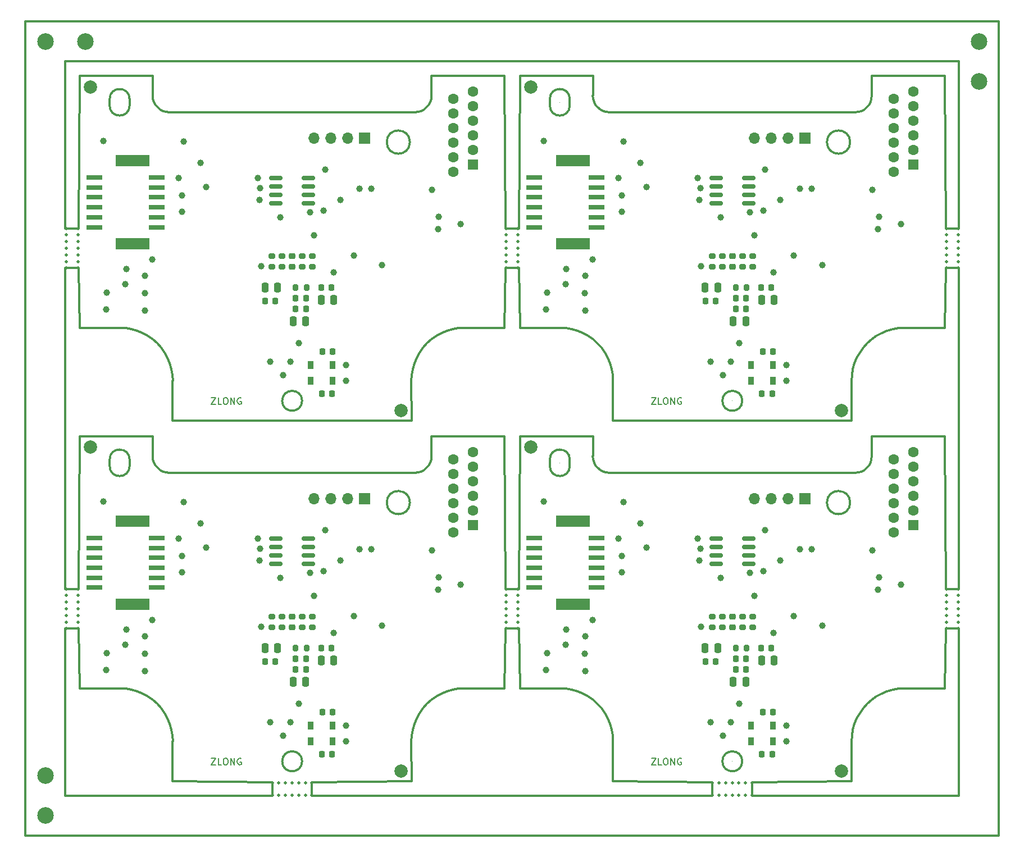
<source format=gts>
%TF.GenerationSoftware,KiCad,Pcbnew,(6.0.0)*%
%TF.CreationDate,2022-02-12T17:38:03+08:00*%
%TF.ProjectId,SX7H02050048PB,53583748-3032-4303-9530-30343850422e,rev?*%
%TF.SameCoordinates,Original*%
%TF.FileFunction,Soldermask,Top*%
%TF.FilePolarity,Negative*%
%FSLAX46Y46*%
G04 Gerber Fmt 4.6, Leading zero omitted, Abs format (unit mm)*
G04 Created by KiCad (PCBNEW (6.0.0)) date 2022-02-12 17:38:03*
%MOMM*%
%LPD*%
G01*
G04 APERTURE LIST*
G04 Aperture macros list*
%AMRoundRect*
0 Rectangle with rounded corners*
0 $1 Rounding radius*
0 $2 $3 $4 $5 $6 $7 $8 $9 X,Y pos of 4 corners*
0 Add a 4 corners polygon primitive as box body*
4,1,4,$2,$3,$4,$5,$6,$7,$8,$9,$2,$3,0*
0 Add four circle primitives for the rounded corners*
1,1,$1+$1,$2,$3*
1,1,$1+$1,$4,$5*
1,1,$1+$1,$6,$7*
1,1,$1+$1,$8,$9*
0 Add four rect primitives between the rounded corners*
20,1,$1+$1,$2,$3,$4,$5,0*
20,1,$1+$1,$4,$5,$6,$7,0*
20,1,$1+$1,$6,$7,$8,$9,0*
20,1,$1+$1,$8,$9,$2,$3,0*%
G04 Aperture macros list end*
%TA.AperFunction,Profile*%
%ADD10C,0.350000*%
%TD*%
%TA.AperFunction,Profile*%
%ADD11C,0.010049*%
%TD*%
%TA.AperFunction,Profile*%
%ADD12C,0.010050*%
%TD*%
%ADD13C,0.150000*%
%ADD14C,0.500000*%
%ADD15RoundRect,0.225000X0.225000X0.250000X-0.225000X0.250000X-0.225000X-0.250000X0.225000X-0.250000X0*%
%ADD16RoundRect,0.200000X0.275000X-0.200000X0.275000X0.200000X-0.275000X0.200000X-0.275000X-0.200000X0*%
%ADD17C,1.000000*%
%ADD18RoundRect,0.250000X-0.250000X-0.475000X0.250000X-0.475000X0.250000X0.475000X-0.250000X0.475000X0*%
%ADD19R,2.450000X0.800000*%
%ADD20R,5.050000X1.800000*%
%ADD21RoundRect,0.200000X0.200000X0.275000X-0.200000X0.275000X-0.200000X-0.275000X0.200000X-0.275000X0*%
%ADD22R,0.900000X1.200000*%
%ADD23C,2.000000*%
%ADD24R,1.600000X1.600000*%
%ADD25C,1.600000*%
%ADD26RoundRect,0.225000X-0.250000X0.225000X-0.250000X-0.225000X0.250000X-0.225000X0.250000X0.225000X0*%
%ADD27RoundRect,0.200000X-0.275000X0.200000X-0.275000X-0.200000X0.275000X-0.200000X0.275000X0.200000X0*%
%ADD28RoundRect,0.250000X0.250000X0.475000X-0.250000X0.475000X-0.250000X-0.475000X0.250000X-0.475000X0*%
%ADD29RoundRect,0.225000X-0.225000X-0.250000X0.225000X-0.250000X0.225000X0.250000X-0.225000X0.250000X0*%
%ADD30R,1.700000X1.700000*%
%ADD31O,1.700000X1.700000*%
%ADD32RoundRect,0.150000X0.825000X0.150000X-0.825000X0.150000X-0.825000X-0.150000X0.825000X-0.150000X0*%
%ADD33C,2.500000*%
G04 APERTURE END LIST*
D10*
X129525000Y-134700122D02*
X129525000Y-136700122D01*
X123525000Y-134700122D02*
X123525000Y-136700122D01*
X129525000Y-136700122D02*
X160700000Y-136700122D01*
X63175000Y-136700122D02*
X123525000Y-136700122D01*
X129525000Y-134700122D02*
X144525000Y-134525122D01*
X108525000Y-134525122D02*
X123525000Y-134700122D01*
X63175000Y-134700122D02*
X63175000Y-136700122D01*
X57175000Y-134700122D02*
X57175000Y-136700122D01*
X26000000Y-136700122D02*
X57175000Y-136700122D01*
X63175000Y-134700122D02*
X78175000Y-134525122D01*
X42175000Y-134525122D02*
X57175000Y-134700122D01*
X158700000Y-111525091D02*
X160700000Y-111525091D01*
X158700000Y-105525091D02*
X160700000Y-105525091D01*
X160700000Y-111525091D02*
X160700000Y-136700122D01*
X160700000Y-57175030D02*
X160700000Y-105525091D01*
X158700000Y-111525091D02*
X158525000Y-120525122D01*
X158525000Y-82525061D02*
X158700000Y-105525091D01*
X92350000Y-111525091D02*
X94350000Y-111525091D01*
X92350000Y-105525091D02*
X94350000Y-105525091D01*
X94350000Y-111525091D02*
X94525000Y-120525122D01*
X94525000Y-82525061D02*
X94350000Y-105525091D01*
X92350000Y-111525091D02*
X92175000Y-120525122D01*
X92175000Y-82525061D02*
X92350000Y-105525091D01*
X26000000Y-111525091D02*
X28000000Y-111525091D01*
X26000000Y-105525091D02*
X28000000Y-105525091D01*
X28000000Y-111525091D02*
X28175000Y-120525122D01*
X28175000Y-82525061D02*
X28000000Y-105525091D01*
X26000000Y-111525091D02*
X26000000Y-136700122D01*
X26000000Y-57175030D02*
X26000000Y-105525091D01*
X158700000Y-57175030D02*
X160700000Y-57175030D01*
X158700000Y-51175030D02*
X160700000Y-51175030D01*
X160700000Y-26000000D02*
X160700000Y-51175030D01*
X158700000Y-57175030D02*
X158525000Y-66175061D01*
X158525000Y-28175000D02*
X158700000Y-51175030D01*
X92350000Y-57175030D02*
X94350000Y-57175030D01*
X92350000Y-51175030D02*
X94350000Y-51175030D01*
X94350000Y-57175030D02*
X94525000Y-66175061D01*
X94525000Y-28175000D02*
X94350000Y-51175030D01*
X92350000Y-57175030D02*
X92175000Y-66175061D01*
X92175000Y-28175000D02*
X92350000Y-51175030D01*
X26000000Y-57175030D02*
X28000000Y-57175030D01*
X26000000Y-51175030D02*
X28000000Y-51175030D01*
X28000000Y-57175030D02*
X28175000Y-66175061D01*
X28175000Y-28175000D02*
X28000000Y-51175030D01*
X26000000Y-26000000D02*
X26000000Y-51175030D01*
X107063636Y-87845923D02*
X106629371Y-87613806D01*
X108336707Y-126742102D02*
X108487220Y-127627966D01*
X147529212Y-122260596D02*
X148262061Y-121740637D01*
X107309485Y-124262122D02*
X107744117Y-125048560D01*
X105525000Y-85525061D02*
X105525000Y-82525061D01*
X108025000Y-88037146D02*
X107534888Y-87988928D01*
X144525000Y-134525122D02*
X144512427Y-128525122D01*
X107534888Y-87988928D02*
X107063636Y-87845923D01*
X144713294Y-126742102D02*
X144962073Y-125878699D01*
X144512427Y-128525122D02*
X144562781Y-127627966D01*
X106789527Y-123529334D02*
X107309485Y-124262122D01*
X145740516Y-124262122D02*
X146260474Y-123529334D01*
X105704139Y-86486426D02*
X105561133Y-86015173D01*
X147113746Y-86920691D02*
X146801307Y-87301367D01*
X149878638Y-120962134D02*
X150742041Y-120713355D01*
X99025000Y-87019080D02*
X99025000Y-86019080D01*
X108087928Y-125878699D02*
X108336707Y-126742102D01*
X105525000Y-82525061D02*
X94525000Y-82525061D01*
X128028967Y-131525122D02*
G75*
G03*
X128028967Y-131525122I-1499999J0D01*
G01*
X147525000Y-85525061D02*
X147537085Y-85525061D01*
X107744117Y-125048560D02*
X108087928Y-125878699D01*
X158525000Y-82525061D02*
X147525000Y-82525061D01*
X105936255Y-86920691D02*
X105704139Y-86486426D01*
X108487220Y-127627966D02*
X108537574Y-128525122D01*
X105512915Y-85525061D02*
X105525000Y-85525061D01*
X150742041Y-120713355D02*
X151627906Y-120562842D01*
X144285436Y-92520422D02*
G75*
G03*
X144285436Y-92520422I-1749999J0D01*
G01*
X102025000Y-86019080D02*
G75*
G03*
X99025000Y-86019080I-1500000J0D01*
G01*
X99025000Y-87019080D02*
G75*
G03*
X102025000Y-87019080I1500000J0D01*
G01*
X144562781Y-127627966D02*
X144713294Y-126742102D01*
X103171363Y-120962134D02*
X104001502Y-121306006D01*
X108537574Y-128525122D02*
X108525000Y-128525122D01*
X101422095Y-120562842D02*
X102307959Y-120713355D01*
X146260474Y-123529334D02*
X146859229Y-122859351D01*
X148262061Y-121740637D02*
X149048499Y-121306006D01*
D11*
X126533992Y-131525122D02*
G75*
G03*
X126533992Y-131525122I-5024J0D01*
G01*
D10*
X152525000Y-120525122D02*
X158525000Y-120525122D01*
X106190772Y-122859351D02*
X106789527Y-123529334D01*
X94525000Y-120525122D02*
X100525000Y-120512488D01*
X147537085Y-85525061D02*
X147488868Y-86015173D01*
X146859229Y-122859351D02*
X147529212Y-122260596D01*
X145305884Y-125048560D02*
X145740516Y-124262122D01*
X106248694Y-87301367D02*
X105936255Y-86920691D01*
D11*
X142540461Y-92520422D02*
G75*
G03*
X142540461Y-92520422I-5024J0D01*
G01*
D10*
X105520789Y-122260596D02*
X106190772Y-122859351D01*
X147488868Y-86015173D02*
X147345862Y-86486426D01*
X152525000Y-120512488D02*
X152525000Y-120525122D01*
X145025000Y-88025061D02*
X108025000Y-88025061D01*
X145515113Y-87988928D02*
X145025000Y-88037146D01*
X102025000Y-86019080D02*
X102025000Y-87019080D01*
X147345862Y-86486426D02*
X147113746Y-86920691D01*
X104787940Y-121740637D02*
X105520789Y-122260596D01*
X108025000Y-88025061D02*
X108025000Y-88037146D01*
X147525000Y-82525061D02*
X147525000Y-85525061D01*
X145986365Y-87845923D02*
X145515113Y-87988928D01*
X146801307Y-87301367D02*
X146420630Y-87613806D01*
X149048499Y-121306006D02*
X149878638Y-120962134D01*
X145025000Y-88037146D02*
X145025000Y-88025061D01*
X102307959Y-120713355D02*
X103171363Y-120962134D01*
X144962073Y-125878699D02*
X145305884Y-125048560D01*
D12*
X100530025Y-86519080D02*
G75*
G03*
X100530025Y-86519080I-5025J0D01*
G01*
D10*
X146420630Y-87613806D02*
X145986365Y-87845923D01*
X151627906Y-120562842D02*
X152525000Y-120512488D01*
X104001502Y-121306006D02*
X104787940Y-121740637D01*
X100525000Y-120512488D02*
X101422095Y-120562842D01*
X106629371Y-87613806D02*
X106248694Y-87301367D01*
X105561133Y-86015173D02*
X105512915Y-85525061D01*
X108525000Y-128525122D02*
X108525000Y-134525122D01*
X40713636Y-87845923D02*
X40279371Y-87613806D01*
X41986707Y-126742102D02*
X42137220Y-127627966D01*
X81179212Y-122260596D02*
X81912061Y-121740637D01*
X40959485Y-124262122D02*
X41394117Y-125048560D01*
X39175000Y-85525061D02*
X39175000Y-82525061D01*
X41675000Y-88037146D02*
X41184888Y-87988928D01*
X78175000Y-134525122D02*
X78162427Y-128525122D01*
X41184888Y-87988928D02*
X40713636Y-87845923D01*
X78363294Y-126742102D02*
X78612073Y-125878699D01*
X78162427Y-128525122D02*
X78212781Y-127627966D01*
X40439527Y-123529334D02*
X40959485Y-124262122D01*
X79390516Y-124262122D02*
X79910474Y-123529334D01*
X39354139Y-86486426D02*
X39211133Y-86015173D01*
X80763746Y-86920691D02*
X80451307Y-87301367D01*
X83528638Y-120962134D02*
X84392041Y-120713355D01*
X32675000Y-87019080D02*
X32675000Y-86019080D01*
X41737928Y-125878699D02*
X41986707Y-126742102D01*
X39175000Y-82525061D02*
X28175000Y-82525061D01*
X61678967Y-131525122D02*
G75*
G03*
X61678967Y-131525122I-1499999J0D01*
G01*
X81175000Y-85525061D02*
X81187085Y-85525061D01*
X41394117Y-125048560D02*
X41737928Y-125878699D01*
X92175000Y-82525061D02*
X81175000Y-82525061D01*
X39586255Y-86920691D02*
X39354139Y-86486426D01*
X42137220Y-127627966D02*
X42187574Y-128525122D01*
X39162915Y-85525061D02*
X39175000Y-85525061D01*
X84392041Y-120713355D02*
X85277906Y-120562842D01*
X77935436Y-92520422D02*
G75*
G03*
X77935436Y-92520422I-1749999J0D01*
G01*
X35675000Y-86019080D02*
G75*
G03*
X32675000Y-86019080I-1500000J0D01*
G01*
X32675000Y-87019080D02*
G75*
G03*
X35675000Y-87019080I1500000J0D01*
G01*
X78212781Y-127627966D02*
X78363294Y-126742102D01*
X36821363Y-120962134D02*
X37651502Y-121306006D01*
X42187574Y-128525122D02*
X42175000Y-128525122D01*
X35072095Y-120562842D02*
X35957959Y-120713355D01*
X79910474Y-123529334D02*
X80509229Y-122859351D01*
X81912061Y-121740637D02*
X82698499Y-121306006D01*
D11*
X60183992Y-131525122D02*
G75*
G03*
X60183992Y-131525122I-5024J0D01*
G01*
D10*
X86175000Y-120525122D02*
X92175000Y-120525122D01*
X39840772Y-122859351D02*
X40439527Y-123529334D01*
X28175000Y-120525122D02*
X34175000Y-120512488D01*
X81187085Y-85525061D02*
X81138868Y-86015173D01*
X80509229Y-122859351D02*
X81179212Y-122260596D01*
X78955884Y-125048560D02*
X79390516Y-124262122D01*
X39898694Y-87301367D02*
X39586255Y-86920691D01*
D11*
X76190461Y-92520422D02*
G75*
G03*
X76190461Y-92520422I-5024J0D01*
G01*
D10*
X39170789Y-122260596D02*
X39840772Y-122859351D01*
X81138868Y-86015173D02*
X80995862Y-86486426D01*
X86175000Y-120512488D02*
X86175000Y-120525122D01*
X78675000Y-88025061D02*
X41675000Y-88025061D01*
X79165113Y-87988928D02*
X78675000Y-88037146D01*
X35675000Y-86019080D02*
X35675000Y-87019080D01*
X80995862Y-86486426D02*
X80763746Y-86920691D01*
X38437940Y-121740637D02*
X39170789Y-122260596D01*
X41675000Y-88025061D02*
X41675000Y-88037146D01*
X81175000Y-82525061D02*
X81175000Y-85525061D01*
X79636365Y-87845923D02*
X79165113Y-87988928D01*
X80451307Y-87301367D02*
X80070630Y-87613806D01*
X82698499Y-121306006D02*
X83528638Y-120962134D01*
X78675000Y-88037146D02*
X78675000Y-88025061D01*
X35957959Y-120713355D02*
X36821363Y-120962134D01*
X78612073Y-125878699D02*
X78955884Y-125048560D01*
D12*
X34180025Y-86519080D02*
G75*
G03*
X34180025Y-86519080I-5025J0D01*
G01*
D10*
X80070630Y-87613806D02*
X79636365Y-87845923D01*
X85277906Y-120562842D02*
X86175000Y-120512488D01*
X37651502Y-121306006D02*
X38437940Y-121740637D01*
X34175000Y-120512488D02*
X35072095Y-120562842D01*
X40279371Y-87613806D02*
X39898694Y-87301367D01*
X39211133Y-86015173D02*
X39162915Y-85525061D01*
X42175000Y-128525122D02*
X42175000Y-134525122D01*
X107063636Y-33495862D02*
X106629371Y-33263745D01*
X108336707Y-72392041D02*
X108487220Y-73277905D01*
X147529212Y-67910535D02*
X148262061Y-67390576D01*
X107309485Y-69912061D02*
X107744117Y-70698499D01*
X105525000Y-31175000D02*
X105525000Y-28175000D01*
X108025000Y-33687085D02*
X107534888Y-33638867D01*
X144525000Y-80175061D02*
X144512427Y-74175061D01*
X107534888Y-33638867D02*
X107063636Y-33495862D01*
X144713294Y-72392041D02*
X144962073Y-71528638D01*
X144512427Y-74175061D02*
X144562781Y-73277905D01*
X106789527Y-69179273D02*
X107309485Y-69912061D01*
X145740516Y-69912061D02*
X146260474Y-69179273D01*
X105704139Y-32136365D02*
X105561133Y-31665112D01*
X147113746Y-32570630D02*
X146801307Y-32951306D01*
X149878638Y-66612073D02*
X150742041Y-66363294D01*
X99025000Y-32669019D02*
X99025000Y-31669019D01*
X108087928Y-71528638D02*
X108336707Y-72392041D01*
X105525000Y-28175000D02*
X94525000Y-28175000D01*
X128028967Y-77175061D02*
G75*
G03*
X128028967Y-77175061I-1499999J0D01*
G01*
X147525000Y-31175000D02*
X147537085Y-31175000D01*
X107744117Y-70698499D02*
X108087928Y-71528638D01*
X158525000Y-28175000D02*
X147525000Y-28175000D01*
X105936255Y-32570630D02*
X105704139Y-32136365D01*
X108487220Y-73277905D02*
X108537574Y-74175061D01*
X105512915Y-31175000D02*
X105525000Y-31175000D01*
X150742041Y-66363294D02*
X151627906Y-66212781D01*
X144285436Y-38170361D02*
G75*
G03*
X144285436Y-38170361I-1749999J0D01*
G01*
X102025000Y-31669019D02*
G75*
G03*
X99025000Y-31669019I-1500000J0D01*
G01*
X99025000Y-32669019D02*
G75*
G03*
X102025000Y-32669019I1500000J0D01*
G01*
X144562781Y-73277905D02*
X144713294Y-72392041D01*
X103171363Y-66612073D02*
X104001502Y-66955945D01*
X108537574Y-74175061D02*
X108525000Y-74175061D01*
X101422095Y-66212781D02*
X102307959Y-66363294D01*
X146260474Y-69179273D02*
X146859229Y-68509290D01*
X148262061Y-67390576D02*
X149048499Y-66955945D01*
X108525000Y-80175061D02*
X144525000Y-80175061D01*
D11*
X126533992Y-77175061D02*
G75*
G03*
X126533992Y-77175061I-5024J0D01*
G01*
D10*
X152525000Y-66175061D02*
X158525000Y-66175061D01*
X106190772Y-68509290D02*
X106789527Y-69179273D01*
X94525000Y-66175061D02*
X100525000Y-66162427D01*
X147537085Y-31175000D02*
X147488868Y-31665112D01*
X146859229Y-68509290D02*
X147529212Y-67910535D01*
X145305884Y-70698499D02*
X145740516Y-69912061D01*
X106248694Y-32951306D02*
X105936255Y-32570630D01*
D11*
X142540461Y-38170361D02*
G75*
G03*
X142540461Y-38170361I-5024J0D01*
G01*
D10*
X105520789Y-67910535D02*
X106190772Y-68509290D01*
X147488868Y-31665112D02*
X147345862Y-32136365D01*
X152525000Y-66162427D02*
X152525000Y-66175061D01*
X145025000Y-33675000D02*
X108025000Y-33675000D01*
X145515113Y-33638867D02*
X145025000Y-33687085D01*
X102025000Y-31669019D02*
X102025000Y-32669019D01*
X147345862Y-32136365D02*
X147113746Y-32570630D01*
X104787940Y-67390576D02*
X105520789Y-67910535D01*
X108025000Y-33675000D02*
X108025000Y-33687085D01*
X147525000Y-28175000D02*
X147525000Y-31175000D01*
X145986365Y-33495862D02*
X145515113Y-33638867D01*
X146801307Y-32951306D02*
X146420630Y-33263745D01*
X149048499Y-66955945D02*
X149878638Y-66612073D01*
X145025000Y-33687085D02*
X145025000Y-33675000D01*
X102307959Y-66363294D02*
X103171363Y-66612073D01*
X144962073Y-71528638D02*
X145305884Y-70698499D01*
D12*
X100530025Y-32169019D02*
G75*
G03*
X100530025Y-32169019I-5025J0D01*
G01*
D10*
X146420630Y-33263745D02*
X145986365Y-33495862D01*
X151627906Y-66212781D02*
X152525000Y-66162427D01*
X104001502Y-66955945D02*
X104787940Y-67390576D01*
X100525000Y-66162427D02*
X101422095Y-66212781D01*
X106629371Y-33263745D02*
X106248694Y-32951306D01*
X105561133Y-31665112D02*
X105512915Y-31175000D01*
X108525000Y-74175061D02*
X108525000Y-80175061D01*
X40713636Y-33495862D02*
X40279371Y-33263745D01*
X41986707Y-72392041D02*
X42137220Y-73277905D01*
X81179212Y-67910535D02*
X81912061Y-67390576D01*
X40959485Y-69912061D02*
X41394117Y-70698499D01*
X39175000Y-31175000D02*
X39175000Y-28175000D01*
X41675000Y-33687085D02*
X41184888Y-33638867D01*
X78175000Y-80175061D02*
X78162427Y-74175061D01*
X41184888Y-33638867D02*
X40713636Y-33495862D01*
X78363294Y-72392041D02*
X78612073Y-71528638D01*
X78162427Y-74175061D02*
X78212781Y-73277905D01*
X40439527Y-69179273D02*
X40959485Y-69912061D01*
X79390516Y-69912061D02*
X79910474Y-69179273D01*
X39354139Y-32136365D02*
X39211133Y-31665112D01*
X80763746Y-32570630D02*
X80451307Y-32951306D01*
X83528638Y-66612073D02*
X84392041Y-66363294D01*
X32675000Y-32669019D02*
X32675000Y-31669019D01*
X41737928Y-71528638D02*
X41986707Y-72392041D01*
X39175000Y-28175000D02*
X28175000Y-28175000D01*
X61678967Y-77175061D02*
G75*
G03*
X61678967Y-77175061I-1499999J0D01*
G01*
X81175000Y-31175000D02*
X81187085Y-31175000D01*
X41394117Y-70698499D02*
X41737928Y-71528638D01*
X92175000Y-28175000D02*
X81175000Y-28175000D01*
X39586255Y-32570630D02*
X39354139Y-32136365D01*
X42137220Y-73277905D02*
X42187574Y-74175061D01*
X39162915Y-31175000D02*
X39175000Y-31175000D01*
X84392041Y-66363294D02*
X85277906Y-66212781D01*
X77935436Y-38170361D02*
G75*
G03*
X77935436Y-38170361I-1749999J0D01*
G01*
X35675000Y-31669019D02*
G75*
G03*
X32675000Y-31669019I-1500000J0D01*
G01*
X32675000Y-32669019D02*
G75*
G03*
X35675000Y-32669019I1500000J0D01*
G01*
X78212781Y-73277905D02*
X78363294Y-72392041D01*
X36821363Y-66612073D02*
X37651502Y-66955945D01*
X42187574Y-74175061D02*
X42175000Y-74175061D01*
X35072095Y-66212781D02*
X35957959Y-66363294D01*
X79910474Y-69179273D02*
X80509229Y-68509290D01*
X81912061Y-67390576D02*
X82698499Y-66955945D01*
X42175000Y-80175061D02*
X78175000Y-80175061D01*
D11*
X60183992Y-77175061D02*
G75*
G03*
X60183992Y-77175061I-5024J0D01*
G01*
D10*
X86175000Y-66175061D02*
X92175000Y-66175061D01*
X39840772Y-68509290D02*
X40439527Y-69179273D01*
X28175000Y-66175061D02*
X34175000Y-66162427D01*
X81187085Y-31175000D02*
X81138868Y-31665112D01*
X80509229Y-68509290D02*
X81179212Y-67910535D01*
X78955884Y-70698499D02*
X79390516Y-69912061D01*
X39898694Y-32951306D02*
X39586255Y-32570630D01*
D11*
X76190461Y-38170361D02*
G75*
G03*
X76190461Y-38170361I-5024J0D01*
G01*
D10*
X39170789Y-67910535D02*
X39840772Y-68509290D01*
X81138868Y-31665112D02*
X80995862Y-32136365D01*
X86175000Y-66162427D02*
X86175000Y-66175061D01*
X78675000Y-33675000D02*
X41675000Y-33675000D01*
X79165113Y-33638867D02*
X78675000Y-33687085D01*
X35675000Y-31669019D02*
X35675000Y-32669019D01*
X80995862Y-32136365D02*
X80763746Y-32570630D01*
X38437940Y-67390576D02*
X39170789Y-67910535D01*
X41675000Y-33675000D02*
X41675000Y-33687085D01*
X81175000Y-28175000D02*
X81175000Y-31175000D01*
X79636365Y-33495862D02*
X79165113Y-33638867D01*
X80451307Y-32951306D02*
X80070630Y-33263745D01*
X82698499Y-66955945D02*
X83528638Y-66612073D01*
X78675000Y-33687085D02*
X78675000Y-33675000D01*
X35957959Y-66363294D02*
X36821363Y-66612073D01*
X78612073Y-71528638D02*
X78955884Y-70698499D01*
D12*
X34180025Y-32169019D02*
G75*
G03*
X34180025Y-32169019I-5025J0D01*
G01*
D10*
X80070630Y-33263745D02*
X79636365Y-33495862D01*
X85277906Y-66212781D02*
X86175000Y-66162427D01*
X37651502Y-66955945D02*
X38437940Y-67390576D01*
X34175000Y-66162427D02*
X35072095Y-66212781D01*
X40279371Y-33263745D02*
X39898694Y-32951306D01*
X39211133Y-31665112D02*
X39162915Y-31175000D01*
X42175000Y-74175061D02*
X42175000Y-80175061D01*
X26000000Y-26000000D02*
X160700000Y-26000000D01*
X20000000Y-20000000D02*
X20000000Y-142700122D01*
X20000000Y-142700122D02*
X166700000Y-142700122D01*
X166700000Y-20000000D02*
X166700000Y-142700122D01*
X20000000Y-20000000D02*
X166700000Y-20000000D01*
D13*
%TO.C,ZLONG_LOGO2*%
X114355283Y-131045494D02*
X115021950Y-131045494D01*
X114355283Y-132045494D01*
X115021950Y-132045494D01*
X115879093Y-132045494D02*
X115402902Y-132045494D01*
X115402902Y-131045494D01*
X116402902Y-131045494D02*
X116593378Y-131045494D01*
X116688617Y-131093114D01*
X116783855Y-131188352D01*
X116831474Y-131378828D01*
X116831474Y-131712161D01*
X116783855Y-131902637D01*
X116688617Y-131997875D01*
X116593378Y-132045494D01*
X116402902Y-132045494D01*
X116307664Y-131997875D01*
X116212426Y-131902637D01*
X116164807Y-131712161D01*
X116164807Y-131378828D01*
X116212426Y-131188352D01*
X116307664Y-131093114D01*
X116402902Y-131045494D01*
X117260045Y-132045494D02*
X117260045Y-131045494D01*
X117831474Y-132045494D01*
X117831474Y-131045494D01*
X118831474Y-131093114D02*
X118736236Y-131045494D01*
X118593378Y-131045494D01*
X118450521Y-131093114D01*
X118355283Y-131188352D01*
X118307664Y-131283590D01*
X118260045Y-131474066D01*
X118260045Y-131616923D01*
X118307664Y-131807399D01*
X118355283Y-131902637D01*
X118450521Y-131997875D01*
X118593378Y-132045494D01*
X118688617Y-132045494D01*
X118831474Y-131997875D01*
X118879093Y-131950256D01*
X118879093Y-131616923D01*
X118688617Y-131616923D01*
X48005283Y-131045494D02*
X48671950Y-131045494D01*
X48005283Y-132045494D01*
X48671950Y-132045494D01*
X49529093Y-132045494D02*
X49052902Y-132045494D01*
X49052902Y-131045494D01*
X50052902Y-131045494D02*
X50243378Y-131045494D01*
X50338617Y-131093114D01*
X50433855Y-131188352D01*
X50481474Y-131378828D01*
X50481474Y-131712161D01*
X50433855Y-131902637D01*
X50338617Y-131997875D01*
X50243378Y-132045494D01*
X50052902Y-132045494D01*
X49957664Y-131997875D01*
X49862426Y-131902637D01*
X49814807Y-131712161D01*
X49814807Y-131378828D01*
X49862426Y-131188352D01*
X49957664Y-131093114D01*
X50052902Y-131045494D01*
X50910045Y-132045494D02*
X50910045Y-131045494D01*
X51481474Y-132045494D01*
X51481474Y-131045494D01*
X52481474Y-131093114D02*
X52386236Y-131045494D01*
X52243378Y-131045494D01*
X52100521Y-131093114D01*
X52005283Y-131188352D01*
X51957664Y-131283590D01*
X51910045Y-131474066D01*
X51910045Y-131616923D01*
X51957664Y-131807399D01*
X52005283Y-131902637D01*
X52100521Y-131997875D01*
X52243378Y-132045494D01*
X52338617Y-132045494D01*
X52481474Y-131997875D01*
X52529093Y-131950256D01*
X52529093Y-131616923D01*
X52338617Y-131616923D01*
X114355283Y-76695433D02*
X115021950Y-76695433D01*
X114355283Y-77695433D01*
X115021950Y-77695433D01*
X115879093Y-77695433D02*
X115402902Y-77695433D01*
X115402902Y-76695433D01*
X116402902Y-76695433D02*
X116593378Y-76695433D01*
X116688617Y-76743053D01*
X116783855Y-76838291D01*
X116831474Y-77028767D01*
X116831474Y-77362100D01*
X116783855Y-77552576D01*
X116688617Y-77647814D01*
X116593378Y-77695433D01*
X116402902Y-77695433D01*
X116307664Y-77647814D01*
X116212426Y-77552576D01*
X116164807Y-77362100D01*
X116164807Y-77028767D01*
X116212426Y-76838291D01*
X116307664Y-76743053D01*
X116402902Y-76695433D01*
X117260045Y-77695433D02*
X117260045Y-76695433D01*
X117831474Y-77695433D01*
X117831474Y-76695433D01*
X118831474Y-76743053D02*
X118736236Y-76695433D01*
X118593378Y-76695433D01*
X118450521Y-76743053D01*
X118355283Y-76838291D01*
X118307664Y-76933529D01*
X118260045Y-77124005D01*
X118260045Y-77266862D01*
X118307664Y-77457338D01*
X118355283Y-77552576D01*
X118450521Y-77647814D01*
X118593378Y-77695433D01*
X118688617Y-77695433D01*
X118831474Y-77647814D01*
X118879093Y-77600195D01*
X118879093Y-77266862D01*
X118688617Y-77266862D01*
X48005283Y-76695433D02*
X48671950Y-76695433D01*
X48005283Y-77695433D01*
X48671950Y-77695433D01*
X49529093Y-77695433D02*
X49052902Y-77695433D01*
X49052902Y-76695433D01*
X50052902Y-76695433D02*
X50243378Y-76695433D01*
X50338617Y-76743053D01*
X50433855Y-76838291D01*
X50481474Y-77028767D01*
X50481474Y-77362100D01*
X50433855Y-77552576D01*
X50338617Y-77647814D01*
X50243378Y-77695433D01*
X50052902Y-77695433D01*
X49957664Y-77647814D01*
X49862426Y-77552576D01*
X49814807Y-77362100D01*
X49814807Y-77028767D01*
X49862426Y-76838291D01*
X49957664Y-76743053D01*
X50052902Y-76695433D01*
X50910045Y-77695433D02*
X50910045Y-76695433D01*
X51481474Y-77695433D01*
X51481474Y-76695433D01*
X52481474Y-76743053D02*
X52386236Y-76695433D01*
X52243378Y-76695433D01*
X52100521Y-76743053D01*
X52005283Y-76838291D01*
X51957664Y-76933529D01*
X51910045Y-77124005D01*
X51910045Y-77266862D01*
X51957664Y-77457338D01*
X52005283Y-77552576D01*
X52100521Y-77647814D01*
X52243378Y-77695433D01*
X52338617Y-77695433D01*
X52481474Y-77647814D01*
X52529093Y-77600195D01*
X52529093Y-77266862D01*
X52338617Y-77266862D01*
%TD*%
D14*
%TO.C,*%
X129525000Y-136600122D03*
%TD*%
%TO.C,*%
X123525000Y-136600122D03*
%TD*%
%TO.C,*%
X128525000Y-136600122D03*
%TD*%
%TO.C,*%
X124525000Y-136600122D03*
%TD*%
%TO.C,*%
X127525000Y-136600122D03*
%TD*%
%TO.C,*%
X125525000Y-136600122D03*
%TD*%
%TO.C,*%
X126525000Y-136600122D03*
%TD*%
%TO.C,*%
X129525000Y-134800122D03*
%TD*%
%TO.C,*%
X123525000Y-134800122D03*
%TD*%
%TO.C,*%
X128525000Y-134800122D03*
%TD*%
%TO.C,*%
X124525000Y-134800122D03*
%TD*%
%TO.C,*%
X127525000Y-134800122D03*
%TD*%
%TO.C,*%
X125525000Y-134800122D03*
%TD*%
%TO.C,*%
X126525000Y-134800122D03*
%TD*%
%TO.C,*%
X63175000Y-136600122D03*
%TD*%
%TO.C,*%
X57175000Y-136600122D03*
%TD*%
%TO.C,*%
X62175000Y-136600122D03*
%TD*%
%TO.C,*%
X58175000Y-136600122D03*
%TD*%
%TO.C,*%
X61175000Y-136600122D03*
%TD*%
%TO.C,*%
X59175000Y-136600122D03*
%TD*%
%TO.C,*%
X60175000Y-136600122D03*
%TD*%
%TO.C,*%
X63175000Y-134800122D03*
%TD*%
%TO.C,*%
X57175000Y-134800122D03*
%TD*%
%TO.C,*%
X62175000Y-134800122D03*
%TD*%
%TO.C,*%
X58175000Y-134800122D03*
%TD*%
%TO.C,*%
X61175000Y-134800122D03*
%TD*%
%TO.C,*%
X59175000Y-134800122D03*
%TD*%
%TO.C,*%
X60175000Y-134800122D03*
%TD*%
%TO.C,*%
X160600000Y-111525091D03*
%TD*%
%TO.C,*%
X160600000Y-105525091D03*
%TD*%
%TO.C,*%
X160600000Y-110525091D03*
%TD*%
%TO.C,*%
X160600000Y-106525091D03*
%TD*%
%TO.C,*%
X160600000Y-109525091D03*
%TD*%
%TO.C,*%
X160600000Y-107525091D03*
%TD*%
%TO.C,*%
X160600000Y-108525091D03*
%TD*%
%TO.C,*%
X158800000Y-111525091D03*
%TD*%
%TO.C,*%
X158800000Y-105525091D03*
%TD*%
%TO.C,*%
X158800000Y-110525091D03*
%TD*%
%TO.C,*%
X158800000Y-106525091D03*
%TD*%
%TO.C,*%
X158800000Y-109525091D03*
%TD*%
%TO.C,*%
X158800000Y-107525091D03*
%TD*%
%TO.C,*%
X158800000Y-108525091D03*
%TD*%
%TO.C,*%
X94250000Y-111525091D03*
%TD*%
%TO.C,*%
X94250000Y-105525091D03*
%TD*%
%TO.C,*%
X94250000Y-110525091D03*
%TD*%
%TO.C,*%
X94250000Y-106525091D03*
%TD*%
%TO.C,*%
X94250000Y-109525091D03*
%TD*%
%TO.C,*%
X94250000Y-107525091D03*
%TD*%
%TO.C,*%
X94250000Y-108525091D03*
%TD*%
%TO.C,*%
X92450000Y-111525091D03*
%TD*%
%TO.C,*%
X92450000Y-105525091D03*
%TD*%
%TO.C,*%
X92450000Y-110525091D03*
%TD*%
%TO.C,*%
X92450000Y-106525091D03*
%TD*%
%TO.C,*%
X92450000Y-109525091D03*
%TD*%
%TO.C,*%
X92450000Y-107525091D03*
%TD*%
%TO.C,*%
X92450000Y-108525091D03*
%TD*%
%TO.C,*%
X27900000Y-111525091D03*
%TD*%
%TO.C,*%
X27900000Y-105525091D03*
%TD*%
%TO.C,*%
X27900000Y-110525091D03*
%TD*%
%TO.C,*%
X27900000Y-106525091D03*
%TD*%
%TO.C,*%
X27900000Y-109525091D03*
%TD*%
%TO.C,*%
X27900000Y-107525091D03*
%TD*%
%TO.C,*%
X27900000Y-108525091D03*
%TD*%
%TO.C,*%
X26100000Y-111525091D03*
%TD*%
%TO.C,*%
X26100000Y-105525091D03*
%TD*%
%TO.C,*%
X26100000Y-110525091D03*
%TD*%
%TO.C,*%
X26100000Y-106525091D03*
%TD*%
%TO.C,*%
X26100000Y-109525091D03*
%TD*%
%TO.C,*%
X26100000Y-107525091D03*
%TD*%
%TO.C,*%
X26100000Y-108525091D03*
%TD*%
%TO.C,*%
X160600000Y-57175030D03*
%TD*%
%TO.C,*%
X160600000Y-51175030D03*
%TD*%
%TO.C,*%
X160600000Y-56175030D03*
%TD*%
%TO.C,*%
X160600000Y-52175030D03*
%TD*%
%TO.C,*%
X160600000Y-55175030D03*
%TD*%
%TO.C,*%
X160600000Y-53175030D03*
%TD*%
%TO.C,*%
X160600000Y-54175030D03*
%TD*%
%TO.C,*%
X158800000Y-57175030D03*
%TD*%
%TO.C,*%
X158800000Y-51175030D03*
%TD*%
%TO.C,*%
X158800000Y-56175030D03*
%TD*%
%TO.C,*%
X158800000Y-52175030D03*
%TD*%
%TO.C,*%
X158800000Y-55175030D03*
%TD*%
%TO.C,*%
X158800000Y-53175030D03*
%TD*%
%TO.C,*%
X158800000Y-54175030D03*
%TD*%
%TO.C,*%
X94250000Y-57175030D03*
%TD*%
%TO.C,*%
X94250000Y-51175030D03*
%TD*%
%TO.C,*%
X94250000Y-56175030D03*
%TD*%
%TO.C,*%
X94250000Y-52175030D03*
%TD*%
%TO.C,*%
X94250000Y-55175030D03*
%TD*%
%TO.C,*%
X94250000Y-53175030D03*
%TD*%
%TO.C,*%
X94250000Y-54175030D03*
%TD*%
%TO.C,*%
X92450000Y-57175030D03*
%TD*%
%TO.C,*%
X92450000Y-51175030D03*
%TD*%
%TO.C,*%
X92450000Y-56175030D03*
%TD*%
%TO.C,*%
X92450000Y-52175030D03*
%TD*%
%TO.C,*%
X92450000Y-55175030D03*
%TD*%
%TO.C,*%
X92450000Y-53175030D03*
%TD*%
%TO.C,*%
X92450000Y-54175030D03*
%TD*%
%TO.C,*%
X27900000Y-57175030D03*
%TD*%
%TO.C,*%
X27900000Y-51175030D03*
%TD*%
%TO.C,*%
X27900000Y-56175030D03*
%TD*%
%TO.C,*%
X27900000Y-52175030D03*
%TD*%
%TO.C,*%
X27900000Y-55175030D03*
%TD*%
%TO.C,*%
X27900000Y-53175030D03*
%TD*%
%TO.C,*%
X27900000Y-54175030D03*
%TD*%
%TO.C,*%
X26100000Y-57175030D03*
%TD*%
%TO.C,*%
X26100000Y-51175030D03*
%TD*%
%TO.C,*%
X26100000Y-56175030D03*
%TD*%
%TO.C,*%
X26100000Y-52175030D03*
%TD*%
%TO.C,*%
X26100000Y-55175030D03*
%TD*%
%TO.C,*%
X26100000Y-53175030D03*
%TD*%
%TO.C,*%
X26100000Y-54175030D03*
%TD*%
D15*
%TO.C,C120*%
X128623998Y-116099114D03*
X127073998Y-116099114D03*
%TD*%
D16*
%TO.C,R109*%
X129594998Y-111336114D03*
X129594998Y-109686114D03*
%TD*%
D17*
%TO.C,TP49*%
X109909998Y-100605114D03*
%TD*%
D18*
%TO.C,C117*%
X130930998Y-116353114D03*
X132830998Y-116353114D03*
%TD*%
D17*
%TO.C,TP55*%
X121593998Y-101240114D03*
%TD*%
%TO.C,TP63*%
X134674998Y-128545114D03*
%TD*%
%TO.C,TP84*%
X104321998Y-115337114D03*
%TD*%
%TO.C,TP31*%
X121847998Y-111273114D03*
%TD*%
%TO.C,TP44*%
X110163998Y-92477114D03*
%TD*%
%TO.C,TP70*%
X101400998Y-113940114D03*
%TD*%
%TO.C,TP68*%
X127562998Y-122830114D03*
%TD*%
%TO.C,TP46*%
X112703998Y-95652114D03*
%TD*%
%TO.C,TP45*%
X113592998Y-99335114D03*
%TD*%
%TO.C,TP65*%
X125149998Y-127656114D03*
%TD*%
D19*
%TO.C,J2*%
X96700999Y-105353614D03*
X106101006Y-105353614D03*
X96700999Y-103853614D03*
X106101006Y-103853614D03*
X96700999Y-102353615D03*
X106101006Y-102353615D03*
X96700999Y-100853613D03*
X106101006Y-100853613D03*
X96700999Y-99353613D03*
X106101006Y-99353613D03*
X96700999Y-97853614D03*
X106101006Y-97853614D03*
D20*
X102501013Y-107883614D03*
X102501013Y-95323614D03*
%TD*%
D21*
%TO.C,L103*%
X128707998Y-114448114D03*
X127057998Y-114448114D03*
%TD*%
D17*
%TO.C,TP74*%
X104347398Y-112670114D03*
%TD*%
%TO.C,TP91*%
X136706998Y-99589114D03*
%TD*%
%TO.C,TP85*%
X105464998Y-110257114D03*
%TD*%
%TO.C,TP54*%
X124768998Y-103907114D03*
%TD*%
%TO.C,TP78*%
X98606998Y-115210114D03*
%TD*%
D18*
%TO.C,C116*%
X122421998Y-114448114D03*
X124321998Y-114448114D03*
%TD*%
D22*
%TO.C,D107*%
X132641998Y-126132114D03*
X129341998Y-126132114D03*
%TD*%
D17*
%TO.C,TP64*%
X134674998Y-126132114D03*
%TD*%
%TO.C,TP96*%
X140059798Y-111069914D03*
%TD*%
%TO.C,TP95*%
X135817998Y-109622114D03*
%TD*%
D23*
%TO.C,MARK2*%
X142962998Y-132987114D03*
%TD*%
D16*
%TO.C,R116*%
X128070998Y-111336114D03*
X128070998Y-109686114D03*
%TD*%
D24*
%TO.C,J1*%
X153812998Y-95937114D03*
D25*
X153812998Y-93737114D03*
X153812998Y-91537114D03*
X153812998Y-89337114D03*
X153812998Y-87137114D03*
X153812998Y-84937114D03*
X150812998Y-97037114D03*
X150812998Y-94837114D03*
X150812998Y-92637114D03*
X150812998Y-90437114D03*
X150812998Y-88237114D03*
X150812998Y-86037114D03*
%TD*%
D15*
%TO.C,C135*%
X132528998Y-130450114D03*
X130978998Y-130450114D03*
%TD*%
D17*
%TO.C,TP53*%
X131499998Y-96668114D03*
%TD*%
D22*
%TO.C,D106*%
X132641998Y-128545114D03*
X129341998Y-128545114D03*
%TD*%
D26*
%TO.C,C122*%
X126546998Y-109736114D03*
X126546998Y-111286114D03*
%TD*%
D17*
%TO.C,TP56*%
X121339998Y-97938114D03*
%TD*%
%TO.C,TP59*%
X121720998Y-99462114D03*
%TD*%
%TO.C,TP11*%
X151946998Y-104923114D03*
%TD*%
%TO.C,TP10*%
X148644998Y-103780114D03*
%TD*%
%TO.C,TP3*%
X147628998Y-99716114D03*
%TD*%
%TO.C,TP83*%
X104347398Y-117927914D03*
%TD*%
D27*
%TO.C,R119*%
X123498998Y-109686114D03*
X123498998Y-111336114D03*
%TD*%
D17*
%TO.C,TP77*%
X98479998Y-117724714D03*
%TD*%
%TO.C,TP52*%
X131245998Y-102891114D03*
%TD*%
D28*
%TO.C,C119*%
X128578998Y-119528114D03*
X126678998Y-119528114D03*
%TD*%
D29*
%TO.C,C113*%
X122469998Y-116480114D03*
X124019998Y-116480114D03*
%TD*%
D30*
%TO.C,J101*%
X137458998Y-91969114D03*
D31*
X134918998Y-91969114D03*
X132378998Y-91969114D03*
X129838998Y-91969114D03*
%TD*%
D15*
%TO.C,C136*%
X132655998Y-124100114D03*
X131105998Y-124100114D03*
%TD*%
D17*
%TO.C,TP43*%
X109909998Y-103018114D03*
%TD*%
D27*
%TO.C,R110*%
X125022998Y-109686114D03*
X125022998Y-111336114D03*
%TD*%
D17*
%TO.C,TP67*%
X123244998Y-125624114D03*
%TD*%
%TO.C,TP28*%
X129848998Y-106574114D03*
%TD*%
%TO.C,TP48*%
X98098998Y-92350114D03*
%TD*%
%TO.C,U103*%
X129213998Y-103145114D03*
D32*
X129021998Y-101748114D03*
X129021998Y-100478114D03*
X129021998Y-99208114D03*
X129021998Y-97938114D03*
X124071998Y-97938114D03*
X124071998Y-99208114D03*
X124071998Y-100478114D03*
X124071998Y-101748114D03*
%TD*%
D17*
%TO.C,TP25*%
X132769998Y-112162114D03*
%TD*%
%TO.C,TP92*%
X138484998Y-99589114D03*
%TD*%
%TO.C,TP93*%
X133785998Y-101240114D03*
%TD*%
%TO.C,TP66*%
X126292998Y-125624114D03*
%TD*%
D29*
%TO.C,C118*%
X130885998Y-114486354D03*
X132435998Y-114486354D03*
%TD*%
D23*
%TO.C,MARK1*%
X96162998Y-84187114D03*
%TD*%
D17*
%TO.C,TP79*%
X101527998Y-111654114D03*
%TD*%
D15*
%TO.C,C121*%
X128623998Y-117665354D03*
X127073998Y-117665354D03*
%TD*%
D17*
%TO.C,TP6*%
X148517998Y-105685114D03*
%TD*%
%TO.C,TP50*%
X109401998Y-97938114D03*
%TD*%
D15*
%TO.C,C120*%
X62273998Y-116099114D03*
X60723998Y-116099114D03*
%TD*%
D16*
%TO.C,R109*%
X63244998Y-111336114D03*
X63244998Y-109686114D03*
%TD*%
D17*
%TO.C,TP49*%
X43559998Y-100605114D03*
%TD*%
D18*
%TO.C,C117*%
X64580998Y-116353114D03*
X66480998Y-116353114D03*
%TD*%
D17*
%TO.C,TP55*%
X55243998Y-101240114D03*
%TD*%
%TO.C,TP63*%
X68324998Y-128545114D03*
%TD*%
%TO.C,TP84*%
X37971998Y-115337114D03*
%TD*%
%TO.C,TP31*%
X55497998Y-111273114D03*
%TD*%
%TO.C,TP44*%
X43813998Y-92477114D03*
%TD*%
%TO.C,TP70*%
X35050998Y-113940114D03*
%TD*%
%TO.C,TP68*%
X61212998Y-122830114D03*
%TD*%
%TO.C,TP46*%
X46353998Y-95652114D03*
%TD*%
%TO.C,TP45*%
X47242998Y-99335114D03*
%TD*%
%TO.C,TP65*%
X58799998Y-127656114D03*
%TD*%
D19*
%TO.C,J2*%
X30350999Y-105353614D03*
X39751006Y-105353614D03*
X30350999Y-103853614D03*
X39751006Y-103853614D03*
X30350999Y-102353615D03*
X39751006Y-102353615D03*
X30350999Y-100853613D03*
X39751006Y-100853613D03*
X30350999Y-99353613D03*
X39751006Y-99353613D03*
X30350999Y-97853614D03*
X39751006Y-97853614D03*
D20*
X36151013Y-107883614D03*
X36151013Y-95323614D03*
%TD*%
D21*
%TO.C,L103*%
X62357998Y-114448114D03*
X60707998Y-114448114D03*
%TD*%
D17*
%TO.C,TP74*%
X37997398Y-112670114D03*
%TD*%
%TO.C,TP91*%
X70356998Y-99589114D03*
%TD*%
%TO.C,TP85*%
X39114998Y-110257114D03*
%TD*%
%TO.C,TP54*%
X58418998Y-103907114D03*
%TD*%
%TO.C,TP78*%
X32256998Y-115210114D03*
%TD*%
D18*
%TO.C,C116*%
X56071998Y-114448114D03*
X57971998Y-114448114D03*
%TD*%
D22*
%TO.C,D107*%
X66291998Y-126132114D03*
X62991998Y-126132114D03*
%TD*%
D17*
%TO.C,TP64*%
X68324998Y-126132114D03*
%TD*%
%TO.C,TP96*%
X73709798Y-111069914D03*
%TD*%
%TO.C,TP95*%
X69467998Y-109622114D03*
%TD*%
D23*
%TO.C,MARK2*%
X76612998Y-132987114D03*
%TD*%
D16*
%TO.C,R116*%
X61720998Y-111336114D03*
X61720998Y-109686114D03*
%TD*%
D24*
%TO.C,J1*%
X87462998Y-95937114D03*
D25*
X87462998Y-93737114D03*
X87462998Y-91537114D03*
X87462998Y-89337114D03*
X87462998Y-87137114D03*
X87462998Y-84937114D03*
X84462998Y-97037114D03*
X84462998Y-94837114D03*
X84462998Y-92637114D03*
X84462998Y-90437114D03*
X84462998Y-88237114D03*
X84462998Y-86037114D03*
%TD*%
D15*
%TO.C,C135*%
X66178998Y-130450114D03*
X64628998Y-130450114D03*
%TD*%
D17*
%TO.C,TP53*%
X65149998Y-96668114D03*
%TD*%
D22*
%TO.C,D106*%
X66291998Y-128545114D03*
X62991998Y-128545114D03*
%TD*%
D26*
%TO.C,C122*%
X60196998Y-109736114D03*
X60196998Y-111286114D03*
%TD*%
D17*
%TO.C,TP56*%
X54989998Y-97938114D03*
%TD*%
%TO.C,TP59*%
X55370998Y-99462114D03*
%TD*%
%TO.C,TP11*%
X85596998Y-104923114D03*
%TD*%
%TO.C,TP10*%
X82294998Y-103780114D03*
%TD*%
%TO.C,TP3*%
X81278998Y-99716114D03*
%TD*%
%TO.C,TP83*%
X37997398Y-117927914D03*
%TD*%
D27*
%TO.C,R119*%
X57148998Y-109686114D03*
X57148998Y-111336114D03*
%TD*%
D17*
%TO.C,TP77*%
X32129998Y-117724714D03*
%TD*%
%TO.C,TP52*%
X64895998Y-102891114D03*
%TD*%
D28*
%TO.C,C119*%
X62228998Y-119528114D03*
X60328998Y-119528114D03*
%TD*%
D29*
%TO.C,C113*%
X56119998Y-116480114D03*
X57669998Y-116480114D03*
%TD*%
D30*
%TO.C,J101*%
X71108998Y-91969114D03*
D31*
X68568998Y-91969114D03*
X66028998Y-91969114D03*
X63488998Y-91969114D03*
%TD*%
D15*
%TO.C,C136*%
X66305998Y-124100114D03*
X64755998Y-124100114D03*
%TD*%
D17*
%TO.C,TP43*%
X43559998Y-103018114D03*
%TD*%
D27*
%TO.C,R110*%
X58672998Y-109686114D03*
X58672998Y-111336114D03*
%TD*%
D17*
%TO.C,TP67*%
X56894998Y-125624114D03*
%TD*%
%TO.C,TP28*%
X63498998Y-106574114D03*
%TD*%
%TO.C,TP48*%
X31748998Y-92350114D03*
%TD*%
%TO.C,U103*%
X62863998Y-103145114D03*
D32*
X62671998Y-101748114D03*
X62671998Y-100478114D03*
X62671998Y-99208114D03*
X62671998Y-97938114D03*
X57721998Y-97938114D03*
X57721998Y-99208114D03*
X57721998Y-100478114D03*
X57721998Y-101748114D03*
%TD*%
D17*
%TO.C,TP25*%
X66419998Y-112162114D03*
%TD*%
%TO.C,TP92*%
X72134998Y-99589114D03*
%TD*%
%TO.C,TP93*%
X67435998Y-101240114D03*
%TD*%
%TO.C,TP66*%
X59942998Y-125624114D03*
%TD*%
D29*
%TO.C,C118*%
X64535998Y-114486354D03*
X66085998Y-114486354D03*
%TD*%
D23*
%TO.C,MARK1*%
X29812998Y-84187114D03*
%TD*%
D17*
%TO.C,TP79*%
X35177998Y-111654114D03*
%TD*%
D15*
%TO.C,C121*%
X62273998Y-117665354D03*
X60723998Y-117665354D03*
%TD*%
D17*
%TO.C,TP6*%
X82167998Y-105685114D03*
%TD*%
%TO.C,TP50*%
X43051998Y-97938114D03*
%TD*%
D15*
%TO.C,C120*%
X128623998Y-61749053D03*
X127073998Y-61749053D03*
%TD*%
D16*
%TO.C,R109*%
X129594998Y-56986053D03*
X129594998Y-55336053D03*
%TD*%
D17*
%TO.C,TP49*%
X109909998Y-46255053D03*
%TD*%
D18*
%TO.C,C117*%
X130930998Y-62003053D03*
X132830998Y-62003053D03*
%TD*%
D17*
%TO.C,TP55*%
X121593998Y-46890053D03*
%TD*%
%TO.C,TP63*%
X134674998Y-74195053D03*
%TD*%
%TO.C,TP84*%
X104321998Y-60987053D03*
%TD*%
%TO.C,TP31*%
X121847998Y-56923053D03*
%TD*%
%TO.C,TP44*%
X110163998Y-38127053D03*
%TD*%
%TO.C,TP70*%
X101400998Y-59590053D03*
%TD*%
%TO.C,TP68*%
X127562998Y-68480053D03*
%TD*%
%TO.C,TP46*%
X112703998Y-41302053D03*
%TD*%
%TO.C,TP45*%
X113592998Y-44985053D03*
%TD*%
%TO.C,TP65*%
X125149998Y-73306053D03*
%TD*%
D19*
%TO.C,J2*%
X96700999Y-51003553D03*
X106101006Y-51003553D03*
X96700999Y-49503553D03*
X106101006Y-49503553D03*
X96700999Y-48003554D03*
X106101006Y-48003554D03*
X96700999Y-46503552D03*
X106101006Y-46503552D03*
X96700999Y-45003552D03*
X106101006Y-45003552D03*
X96700999Y-43503553D03*
X106101006Y-43503553D03*
D20*
X102501013Y-53533553D03*
X102501013Y-40973553D03*
%TD*%
D21*
%TO.C,L103*%
X128707998Y-60098053D03*
X127057998Y-60098053D03*
%TD*%
D17*
%TO.C,TP74*%
X104347398Y-58320053D03*
%TD*%
%TO.C,TP91*%
X136706998Y-45239053D03*
%TD*%
%TO.C,TP85*%
X105464998Y-55907053D03*
%TD*%
%TO.C,TP54*%
X124768998Y-49557053D03*
%TD*%
%TO.C,TP78*%
X98606998Y-60860053D03*
%TD*%
D18*
%TO.C,C116*%
X122421998Y-60098053D03*
X124321998Y-60098053D03*
%TD*%
D22*
%TO.C,D107*%
X132641998Y-71782053D03*
X129341998Y-71782053D03*
%TD*%
D17*
%TO.C,TP64*%
X134674998Y-71782053D03*
%TD*%
%TO.C,TP96*%
X140059798Y-56719853D03*
%TD*%
%TO.C,TP95*%
X135817998Y-55272053D03*
%TD*%
D23*
%TO.C,MARK2*%
X142962998Y-78637053D03*
%TD*%
D16*
%TO.C,R116*%
X128070998Y-56986053D03*
X128070998Y-55336053D03*
%TD*%
D24*
%TO.C,J1*%
X153812998Y-41587053D03*
D25*
X153812998Y-39387053D03*
X153812998Y-37187053D03*
X153812998Y-34987053D03*
X153812998Y-32787053D03*
X153812998Y-30587053D03*
X150812998Y-42687053D03*
X150812998Y-40487053D03*
X150812998Y-38287053D03*
X150812998Y-36087053D03*
X150812998Y-33887053D03*
X150812998Y-31687053D03*
%TD*%
D15*
%TO.C,C135*%
X132528998Y-76100053D03*
X130978998Y-76100053D03*
%TD*%
D17*
%TO.C,TP53*%
X131499998Y-42318053D03*
%TD*%
D22*
%TO.C,D106*%
X132641998Y-74195053D03*
X129341998Y-74195053D03*
%TD*%
D26*
%TO.C,C122*%
X126546998Y-55386053D03*
X126546998Y-56936053D03*
%TD*%
D17*
%TO.C,TP56*%
X121339998Y-43588053D03*
%TD*%
%TO.C,TP59*%
X121720998Y-45112053D03*
%TD*%
%TO.C,TP11*%
X151946998Y-50573053D03*
%TD*%
%TO.C,TP10*%
X148644998Y-49430053D03*
%TD*%
%TO.C,TP3*%
X147628998Y-45366053D03*
%TD*%
%TO.C,TP83*%
X104347398Y-63577853D03*
%TD*%
D27*
%TO.C,R119*%
X123498998Y-55336053D03*
X123498998Y-56986053D03*
%TD*%
D17*
%TO.C,TP77*%
X98479998Y-63374653D03*
%TD*%
%TO.C,TP52*%
X131245998Y-48541053D03*
%TD*%
D28*
%TO.C,C119*%
X128578998Y-65178053D03*
X126678998Y-65178053D03*
%TD*%
D29*
%TO.C,C113*%
X122469998Y-62130053D03*
X124019998Y-62130053D03*
%TD*%
D30*
%TO.C,J101*%
X137458998Y-37619053D03*
D31*
X134918998Y-37619053D03*
X132378998Y-37619053D03*
X129838998Y-37619053D03*
%TD*%
D15*
%TO.C,C136*%
X132655998Y-69750053D03*
X131105998Y-69750053D03*
%TD*%
D17*
%TO.C,TP43*%
X109909998Y-48668053D03*
%TD*%
D27*
%TO.C,R110*%
X125022998Y-55336053D03*
X125022998Y-56986053D03*
%TD*%
D17*
%TO.C,TP67*%
X123244998Y-71274053D03*
%TD*%
%TO.C,TP28*%
X129848998Y-52224053D03*
%TD*%
%TO.C,TP48*%
X98098998Y-38000053D03*
%TD*%
%TO.C,U103*%
X129213998Y-48795053D03*
D32*
X129021998Y-47398053D03*
X129021998Y-46128053D03*
X129021998Y-44858053D03*
X129021998Y-43588053D03*
X124071998Y-43588053D03*
X124071998Y-44858053D03*
X124071998Y-46128053D03*
X124071998Y-47398053D03*
%TD*%
D17*
%TO.C,TP25*%
X132769998Y-57812053D03*
%TD*%
%TO.C,TP92*%
X138484998Y-45239053D03*
%TD*%
%TO.C,TP93*%
X133785998Y-46890053D03*
%TD*%
%TO.C,TP66*%
X126292998Y-71274053D03*
%TD*%
D29*
%TO.C,C118*%
X130885998Y-60136293D03*
X132435998Y-60136293D03*
%TD*%
D23*
%TO.C,MARK1*%
X96162998Y-29837053D03*
%TD*%
D17*
%TO.C,TP79*%
X101527998Y-57304053D03*
%TD*%
D15*
%TO.C,C121*%
X128623998Y-63315293D03*
X127073998Y-63315293D03*
%TD*%
D17*
%TO.C,TP6*%
X148517998Y-51335053D03*
%TD*%
%TO.C,TP50*%
X109401998Y-43588053D03*
%TD*%
D15*
%TO.C,C120*%
X62273998Y-61749053D03*
X60723998Y-61749053D03*
%TD*%
D16*
%TO.C,R109*%
X63244998Y-56986053D03*
X63244998Y-55336053D03*
%TD*%
D17*
%TO.C,TP49*%
X43559998Y-46255053D03*
%TD*%
D18*
%TO.C,C117*%
X64580998Y-62003053D03*
X66480998Y-62003053D03*
%TD*%
D17*
%TO.C,TP55*%
X55243998Y-46890053D03*
%TD*%
%TO.C,TP63*%
X68324998Y-74195053D03*
%TD*%
%TO.C,TP84*%
X37971998Y-60987053D03*
%TD*%
%TO.C,TP31*%
X55497998Y-56923053D03*
%TD*%
%TO.C,TP44*%
X43813998Y-38127053D03*
%TD*%
%TO.C,TP70*%
X35050998Y-59590053D03*
%TD*%
%TO.C,TP68*%
X61212998Y-68480053D03*
%TD*%
%TO.C,TP46*%
X46353998Y-41302053D03*
%TD*%
%TO.C,TP45*%
X47242998Y-44985053D03*
%TD*%
%TO.C,TP65*%
X58799998Y-73306053D03*
%TD*%
D19*
%TO.C,J2*%
X30350999Y-51003553D03*
X39751006Y-51003553D03*
X30350999Y-49503553D03*
X39751006Y-49503553D03*
X30350999Y-48003554D03*
X39751006Y-48003554D03*
X30350999Y-46503552D03*
X39751006Y-46503552D03*
X30350999Y-45003552D03*
X39751006Y-45003552D03*
X30350999Y-43503553D03*
X39751006Y-43503553D03*
D20*
X36151013Y-53533553D03*
X36151013Y-40973553D03*
%TD*%
D21*
%TO.C,L103*%
X62357998Y-60098053D03*
X60707998Y-60098053D03*
%TD*%
D17*
%TO.C,TP74*%
X37997398Y-58320053D03*
%TD*%
%TO.C,TP91*%
X70356998Y-45239053D03*
%TD*%
%TO.C,TP85*%
X39114998Y-55907053D03*
%TD*%
%TO.C,TP54*%
X58418998Y-49557053D03*
%TD*%
%TO.C,TP78*%
X32256998Y-60860053D03*
%TD*%
D18*
%TO.C,C116*%
X56071998Y-60098053D03*
X57971998Y-60098053D03*
%TD*%
D22*
%TO.C,D107*%
X66291998Y-71782053D03*
X62991998Y-71782053D03*
%TD*%
D17*
%TO.C,TP64*%
X68324998Y-71782053D03*
%TD*%
%TO.C,TP96*%
X73709798Y-56719853D03*
%TD*%
%TO.C,TP95*%
X69467998Y-55272053D03*
%TD*%
D23*
%TO.C,MARK2*%
X76612998Y-78637053D03*
%TD*%
D16*
%TO.C,R116*%
X61720998Y-56986053D03*
X61720998Y-55336053D03*
%TD*%
D24*
%TO.C,J1*%
X87462998Y-41587053D03*
D25*
X87462998Y-39387053D03*
X87462998Y-37187053D03*
X87462998Y-34987053D03*
X87462998Y-32787053D03*
X87462998Y-30587053D03*
X84462998Y-42687053D03*
X84462998Y-40487053D03*
X84462998Y-38287053D03*
X84462998Y-36087053D03*
X84462998Y-33887053D03*
X84462998Y-31687053D03*
%TD*%
D15*
%TO.C,C135*%
X66178998Y-76100053D03*
X64628998Y-76100053D03*
%TD*%
D17*
%TO.C,TP53*%
X65149998Y-42318053D03*
%TD*%
D22*
%TO.C,D106*%
X66291998Y-74195053D03*
X62991998Y-74195053D03*
%TD*%
D26*
%TO.C,C122*%
X60196998Y-55386053D03*
X60196998Y-56936053D03*
%TD*%
D17*
%TO.C,TP56*%
X54989998Y-43588053D03*
%TD*%
%TO.C,TP59*%
X55370998Y-45112053D03*
%TD*%
%TO.C,TP11*%
X85596998Y-50573053D03*
%TD*%
%TO.C,TP10*%
X82294998Y-49430053D03*
%TD*%
%TO.C,TP3*%
X81278998Y-45366053D03*
%TD*%
%TO.C,TP83*%
X37997398Y-63577853D03*
%TD*%
D27*
%TO.C,R119*%
X57148998Y-55336053D03*
X57148998Y-56986053D03*
%TD*%
D17*
%TO.C,TP77*%
X32129998Y-63374653D03*
%TD*%
%TO.C,TP52*%
X64895998Y-48541053D03*
%TD*%
D28*
%TO.C,C119*%
X62228998Y-65178053D03*
X60328998Y-65178053D03*
%TD*%
D29*
%TO.C,C113*%
X56119998Y-62130053D03*
X57669998Y-62130053D03*
%TD*%
D30*
%TO.C,J101*%
X71108998Y-37619053D03*
D31*
X68568998Y-37619053D03*
X66028998Y-37619053D03*
X63488998Y-37619053D03*
%TD*%
D15*
%TO.C,C136*%
X66305998Y-69750053D03*
X64755998Y-69750053D03*
%TD*%
D17*
%TO.C,TP43*%
X43559998Y-48668053D03*
%TD*%
D27*
%TO.C,R110*%
X58672998Y-55336053D03*
X58672998Y-56986053D03*
%TD*%
D17*
%TO.C,TP67*%
X56894998Y-71274053D03*
%TD*%
%TO.C,TP28*%
X63498998Y-52224053D03*
%TD*%
%TO.C,TP48*%
X31748998Y-38000053D03*
%TD*%
%TO.C,U103*%
X62863998Y-48795053D03*
D32*
X62671998Y-47398053D03*
X62671998Y-46128053D03*
X62671998Y-44858053D03*
X62671998Y-43588053D03*
X57721998Y-43588053D03*
X57721998Y-44858053D03*
X57721998Y-46128053D03*
X57721998Y-47398053D03*
%TD*%
D17*
%TO.C,TP25*%
X66419998Y-57812053D03*
%TD*%
%TO.C,TP92*%
X72134998Y-45239053D03*
%TD*%
%TO.C,TP93*%
X67435998Y-46890053D03*
%TD*%
%TO.C,TP66*%
X59942998Y-71274053D03*
%TD*%
D29*
%TO.C,C118*%
X64535998Y-60136293D03*
X66085998Y-60136293D03*
%TD*%
D23*
%TO.C,MARK1*%
X29812998Y-29837053D03*
%TD*%
D17*
%TO.C,TP79*%
X35177998Y-57304053D03*
%TD*%
D15*
%TO.C,C121*%
X62273998Y-63315293D03*
X60723998Y-63315293D03*
%TD*%
D17*
%TO.C,TP6*%
X82167998Y-51335053D03*
%TD*%
%TO.C,TP50*%
X43051998Y-43588053D03*
%TD*%
D33*
%TO.C,*%
X23000000Y-133700122D03*
%TD*%
%TO.C,*%
X163700000Y-29000000D03*
%TD*%
%TO.C,*%
X29000000Y-23000000D03*
%TD*%
%TO.C,*%
X23000000Y-139700122D03*
%TD*%
%TO.C,*%
X163700000Y-23000000D03*
%TD*%
%TO.C,*%
X23000000Y-23000000D03*
%TD*%
M02*

</source>
